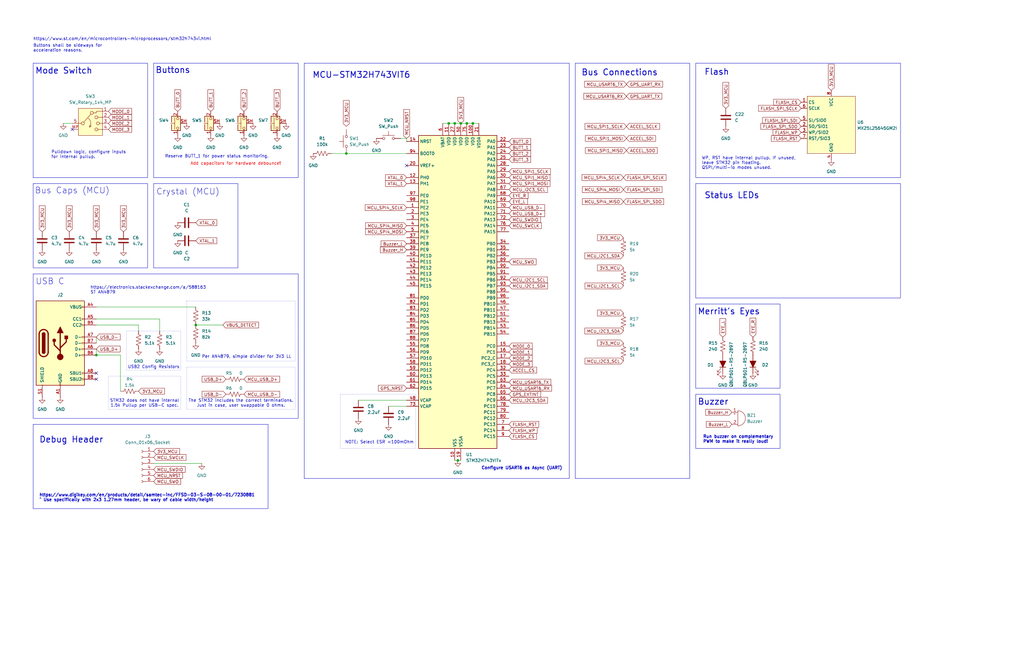
<source format=kicad_sch>
(kicad_sch (version 20231120) (generator "eeschema") (generator_version "8.0")
  (paper "B")
  (title_block (title "Airbrakes PCB - Earendel") (date "2024-11-14") (rev "v2025.00A") (company "Clarkson University Rocketry"))
  (lib_symbols
    (symbol "0_airbrake_symbols:MX25L25645GM2I"
      (property "Reference" "U" (at 0 0 0))
      (property "Value" "MX25L25645GM2I" (at 0 -2.032 0))
      (symbol "MX25L25645GM2I_1_1"
        (pin input line (at -12.7 -12.7 0) (length 2.54) (name "CS") (number "1"))
        (pin input line (at -12.7 -22.86 0) (length 2.54) (name "SO/SIO1") (number "2"))
        (pin input line (at -12.7 -25.4 0) (length 2.54) (name "WP/SIO2") (number "3"))
        (pin input line (at 0 -36.83 90) (length 2.54) (name "GND") (number "4"))
        (pin input line (at -12.7 -20.32 0) (length 2.54) (name "SI/SIO0") (number "5"))
        (pin input line (at -12.7 -15.24 0) (length 2.54) (name "SCLK") (number "6"))
        (pin input line (at -12.7 -27.94 0) (length 2.54) (name "RST/SIO3") (number "7"))
        (pin input line (at 0 -7.62 270) (length 2.54) (name "VCC") (number "8"))
      )
    )
    (symbol "Connector:Conn_01x06_Socket" (pin_names (offset 1.016) hide)
      (property "Reference" "J" (at 0 7.62 0))
      (property "Value" "Conn_01x06_Socket" (at 0 -10.16 0))
      (symbol "Conn_01x06_Socket_1_1"
        (pin passive line (at -5.08 5.08 0) (length 3.81) (name "Pin_1") (number "1"))
        (pin passive line (at -5.08 2.54 0) (length 3.81) (name "Pin_2") (number "2"))
        (pin passive line (at -5.08 0 0) (length 3.81) (name "Pin_3") (number "3"))
        (pin passive line (at -5.08 -2.54 0) (length 3.81) (name "Pin_4") (number "4"))
        (pin passive line (at -5.08 -5.08 0) (length 3.81) (name "Pin_5") (number "5"))
        (pin passive line (at -5.08 -7.62 0) (length 3.81) (name "Pin_6") (number "6"))
      )
    )
    (symbol "Connector:USB_C_Receptacle_USB2.0_16P" (pin_names (offset 1.016))
      (property "Reference" "J" (at 0 22.225 0))
      (property "Value" "USB_C_Receptacle_USB2.0_16P" (at 0 19.685 0))
      (symbol "USB_C_Receptacle_USB2.0_16P_1_1"
        (pin passive line (at 0 -22.86 90) (length 5.08) (name "GND") (number "A1"))
        (pin passive line (at 0 -22.86 90) (length 5.08) hide (name "GND") (number "A12"))
        (pin passive line (at 15.24 15.24 180) (length 5.08) (name "VBUS") (number "A4"))
        (pin bidirectional line (at 15.24 10.16 180) (length 5.08) (name "CC1") (number "A5"))
        (pin bidirectional line (at 15.24 -2.54 180) (length 5.08) (name "D+") (number "A6"))
        (pin bidirectional line (at 15.24 2.54 180) (length 5.08) (name "D-") (number "A7"))
        (pin bidirectional line (at 15.24 -12.7 180) (length 5.08) (name "SBU1") (number "A8"))
        (pin passive line (at 15.24 15.24 180) (length 5.08) hide (name "VBUS") (number "A9"))
        (pin passive line (at 0 -22.86 90) (length 5.08) hide (name "GND") (number "B1"))
        (pin passive line (at 0 -22.86 90) (length 5.08) hide (name "GND") (number "B12"))
        (pin passive line (at 15.24 15.24 180) (length 5.08) hide (name "VBUS") (number "B4"))
        (pin bidirectional line (at 15.24 7.62 180) (length 5.08) (name "CC2") (number "B5"))
        (pin bidirectional line (at 15.24 -5.08 180) (length 5.08) (name "D+") (number "B6"))
        (pin bidirectional line (at 15.24 0 180) (length 5.08) (name "D-") (number "B7"))
        (pin bidirectional line (at 15.24 -15.24 180) (length 5.08) (name "SBU2") (number "B8"))
        (pin passive line (at 15.24 15.24 180) (length 5.08) hide (name "VBUS") (number "B9"))
        (pin passive line (at -7.62 -22.86 90) (length 5.08) (name "SHIELD") (number "S1"))
      )
    )
    (symbol "Device:Buzzer" (pin_names (offset 0.0254) hide)
      (property "Reference" "BZ" (at 3.81 1.27 0))
      (property "Value" "Buzzer" (at 3.81 -1.27 0))
      (symbol "Buzzer_1_1"
        (pin passive line (at -2.54 2.54 0) (length 2.54) (name "+") (number "1"))
        (pin passive line (at -2.54 -2.54 0) (length 2.54) (name "-") (number "2"))
      )
    )
    (symbol "Device:C" (pin_numbers hide) (pin_names (offset 0.254))
      (property "Reference" "C" (at 0.635 2.54 0))
      (property "Value" "C" (at 0.635 -2.54 0))
      (symbol "C_1_1"
        (pin passive line (at 0 3.81 270) (length 2.794) (name "~") (number "1"))
        (pin passive line (at 0 -3.81 90) (length 2.794) (name "~") (number "2"))
      )
    )
    (symbol "Device:LED_Filled" (pin_numbers hide) (pin_names (offset 1.016) hide)
      (property "Reference" "D" (at 0 2.54 0))
      (property "Value" "LED_Filled" (at 0 -2.54 0))
      (symbol "LED_Filled_1_1"
        (pin passive line (at -3.81 0 0) (length 2.54) (name "K") (number "1"))
        (pin passive line (at 3.81 0 180) (length 2.54) (name "A") (number "2"))
      )
    )
    (symbol "Device:R_US" (pin_numbers hide) (pin_names (offset 0))
      (property "Reference" "R" (at 2.54 0 90))
      (property "Value" "R_US" (at -2.54 0 90))
      (symbol "R_US_1_1"
        (pin passive line (at 0 3.81 270) (length 1.27) (name "~") (number "1"))
        (pin passive line (at 0 -3.81 90) (length 1.27) (name "~") (number "2"))
      )
    )
    (symbol "MCU_ST_STM32H7:STM32H743VITx"
      (property "Reference" "U" (at -15.24 67.31 0))
      (property "Value" "STM32H743VITx" (at 12.7 67.31 0))
      (symbol "STM32H743VITx_1_1"
        (pin bidirectional line (at -20.32 35.56 0) (length 5.08) (name "PE2") (number "1"))
        (pin power_in line (at 0 -71.12 90) (length 5.08) (name "VSS") (number "10"))
        (pin power_in line (at 7.62 71.12 270) (length 5.08) (name "VDD") (number "100"))
        (pin power_in line (at -2.54 71.12 270) (length 5.08) (name "VDD") (number "11"))
        (pin bidirectional line (at -20.32 48.26 0) (length 5.08) (name "PH0") (number "12"))
        (pin bidirectional line (at -20.32 45.72 0) (length 5.08) (name "PH1") (number "13"))
        (pin input line (at -20.32 63.5 0) (length 5.08) (name "NRST") (number "14"))
        (pin bidirectional line (at 22.86 -22.86 180) (length 5.08) (name "PC0") (number "15"))
        (pin bidirectional line (at 22.86 -25.4 180) (length 5.08) (name "PC1") (number "16"))
        (pin bidirectional line (at 22.86 -27.94 180) (length 5.08) (name "PC2_C") (number "17"))
        (pin bidirectional line (at 22.86 -30.48 180) (length 5.08) (name "PC3_C") (number "18"))
        (pin power_in line (at 2.54 -71.12 90) (length 5.08) (name "VSSA") (number "19"))
        (pin bidirectional line (at -20.32 33.02 0) (length 5.08) (name "PE3") (number "2"))
        (pin input line (at -20.32 53.34 0) (length 5.08) (name "VREF+") (number "20"))
        (pin power_in line (at 10.16 71.12 270) (length 5.08) (name "VDDA") (number "21"))
        (pin bidirectional line (at 22.86 63.5 180) (length 5.08) (name "PA0") (number "22"))
        (pin bidirectional line (at 22.86 60.96 180) (length 5.08) (name "PA1") (number "23"))
        (pin bidirectional line (at 22.86 58.42 180) (length 5.08) (name "PA2") (number "24"))
        (pin bidirectional line (at 22.86 55.88 180) (length 5.08) (name "PA3") (number "25"))
        (pin passive line (at 0 -71.12 90) (length 5.08) hide (name "VSS") (number "26"))
        (pin power_in line (at 0 71.12 270) (length 5.08) (name "VDD") (number "27"))
        (pin bidirectional line (at 22.86 53.34 180) (length 5.08) (name "PA4") (number "28"))
        (pin bidirectional line (at 22.86 50.8 180) (length 5.08) (name "PA5") (number "29"))
        (pin bidirectional line (at -20.32 30.48 0) (length 5.08) (name "PE4") (number "3"))
        (pin bidirectional line (at 22.86 48.26 180) (length 5.08) (name "PA6") (number "30"))
        (pin bidirectional line (at 22.86 45.72 180) (length 5.08) (name "PA7") (number "31"))
        (pin bidirectional line (at 22.86 -33.02 180) (length 5.08) (name "PC4") (number "32"))
        (pin bidirectional line (at 22.86 -35.56 180) (length 5.08) (name "PC5") (number "33"))
        (pin bidirectional line (at 22.86 20.32 180) (length 5.08) (name "PB0") (number "34"))
        (pin bidirectional line (at 22.86 17.78 180) (length 5.08) (name "PB1") (number "35"))
        (pin bidirectional line (at 22.86 15.24 180) (length 5.08) (name "PB2") (number "36"))
        (pin bidirectional line (at -20.32 22.86 0) (length 5.08) (name "PE7") (number "37"))
        (pin bidirectional line (at -20.32 20.32 0) (length 5.08) (name "PE8") (number "38"))
        (pin bidirectional line (at -20.32 17.78 0) (length 5.08) (name "PE9") (number "39"))
        (pin bidirectional line (at -20.32 27.94 0) (length 5.08) (name "PE5") (number "4"))
        (pin bidirectional line (at -20.32 15.24 0) (length 5.08) (name "PE10") (number "40"))
        (pin bidirectional line (at -20.32 12.7 0) (length 5.08) (name "PE11") (number "41"))
        (pin bidirectional line (at -20.32 10.16 0) (length 5.08) (name "PE12") (number "42"))
        (pin bidirectional line (at -20.32 7.62 0) (length 5.08) (name "PE13") (number "43"))
        (pin bidirectional line (at -20.32 5.08 0) (length 5.08) (name "PE14") (number "44"))
        (pin bidirectional line (at -20.32 2.54 0) (length 5.08) (name "PE15") (number "45"))
        (pin bidirectional line (at 22.86 -5.08 180) (length 5.08) (name "PB10") (number "46"))
        (pin bidirectional line (at 22.86 -7.62 180) (length 5.08) (name "PB11") (number "47"))
        (pin power_out line (at -20.32 -45.72 0) (length 5.08) (name "VCAP") (number "48"))
        (pin passive line (at 0 -71.12 90) (length 5.08) hide (name "VSS") (number "49"))
        (pin bidirectional line (at -20.32 25.4 0) (length 5.08) (name "PE6") (number "5"))
        (pin power_in line (at 2.54 71.12 270) (length 5.08) (name "VDD") (number "50"))
        (pin bidirectional line (at 22.86 -10.16 180) (length 5.08) (name "PB12") (number "51"))
        (pin bidirectional line (at 22.86 -12.7 180) (length 5.08) (name "PB13") (number "52"))
        (pin bidirectional line (at 22.86 -15.24 180) (length 5.08) (name "PB14") (number "53"))
        (pin bidirectional line (at 22.86 -17.78 180) (length 5.08) (name "PB15") (number "54"))
        (pin bidirectional line (at -20.32 -22.86 0) (length 5.08) (name "PD8") (number "55"))
        (pin bidirectional line (at -20.32 -25.4 0) (length 5.08) (name "PD9") (number "56"))
        (pin bidirectional line (at -20.32 -27.94 0) (length 5.08) (name "PD10") (number "57"))
        (pin bidirectional line (at -20.32 -30.48 0) (length 5.08) (name "PD11") (number "58"))
        (pin bidirectional line (at -20.32 -33.02 0) (length 5.08) (name "PD12") (number "59"))
        (pin power_in line (at -5.08 71.12 270) (length 5.08) (name "VBAT") (number "6"))
        (pin bidirectional line (at -20.32 -35.56 0) (length 5.08) (name "PD13") (number "60"))
        (pin bidirectional line (at -20.32 -38.1 0) (length 5.08) (name "PD14") (number "61"))
        (pin bidirectional line (at -20.32 -40.64 0) (length 5.08) (name "PD15") (number "62"))
        (pin bidirectional line (at 22.86 -38.1 180) (length 5.08) (name "PC6") (number "63"))
        (pin bidirectional line (at 22.86 -40.64 180) (length 5.08) (name "PC7") (number "64"))
        (pin bidirectional line (at 22.86 -43.18 180) (length 5.08) (name "PC8") (number "65"))
        (pin bidirectional line (at 22.86 -45.72 180) (length 5.08) (name "PC9") (number "66"))
        (pin bidirectional line (at 22.86 43.18 180) (length 5.08) (name "PA8") (number "67"))
        (pin bidirectional line (at 22.86 40.64 180) (length 5.08) (name "PA9") (number "68"))
        (pin bidirectional line (at 22.86 38.1 180) (length 5.08) (name "PA10") (number "69"))
        (pin bidirectional line (at 22.86 -55.88 180) (length 5.08) (name "PC13") (number "7"))
        (pin bidirectional line (at 22.86 35.56 180) (length 5.08) (name "PA11") (number "70"))
        (pin bidirectional line (at 22.86 33.02 180) (length 5.08) (name "PA12") (number "71"))
        (pin bidirectional line (at 22.86 30.48 180) (length 5.08) (name "PA13") (number "72"))
        (pin power_out line (at -20.32 -48.26 0) (length 5.08) (name "VCAP") (number "73"))
        (pin passive line (at 0 -71.12 90) (length 5.08) hide (name "VSS") (number "74"))
        (pin power_in line (at 5.08 71.12 270) (length 5.08) (name "VDD") (number "75"))
        (pin bidirectional line (at 22.86 27.94 180) (length 5.08) (name "PA14") (number "76"))
        (pin bidirectional line (at 22.86 25.4 180) (length 5.08) (name "PA15") (number "77"))
        (pin bidirectional line (at 22.86 -48.26 180) (length 5.08) (name "PC10") (number "78"))
        (pin bidirectional line (at 22.86 -50.8 180) (length 5.08) (name "PC11") (number "79"))
        (pin bidirectional line (at 22.86 -58.42 180) (length 5.08) (name "PC14") (number "8"))
        (pin bidirectional line (at 22.86 -53.34 180) (length 5.08) (name "PC12") (number "80"))
        (pin bidirectional line (at -20.32 -2.54 0) (length 5.08) (name "PD0") (number "81"))
        (pin bidirectional line (at -20.32 -5.08 0) (length 5.08) (name "PD1") (number "82"))
        (pin bidirectional line (at -20.32 -7.62 0) (length 5.08) (name "PD2") (number "83"))
        (pin bidirectional line (at -20.32 -10.16 0) (length 5.08) (name "PD3") (number "84"))
        (pin bidirectional line (at -20.32 -12.7 0) (length 5.08) (name "PD4") (number "85"))
        (pin bidirectional line (at -20.32 -15.24 0) (length 5.08) (name "PD5") (number "86"))
        (pin bidirectional line (at -20.32 -17.78 0) (length 5.08) (name "PD6") (number "87"))
        (pin bidirectional line (at -20.32 -20.32 0) (length 5.08) (name "PD7") (number "88"))
        (pin bidirectional line (at 22.86 12.7 180) (length 5.08) (name "PB3") (number "89"))
        (pin bidirectional line (at 22.86 -60.96 180) (length 5.08) (name "PC15") (number "9"))
        (pin bidirectional line (at 22.86 10.16 180) (length 5.08) (name "PB4") (number "90"))
        (pin bidirectional line (at 22.86 7.62 180) (length 5.08) (name "PB5") (number "91"))
        (pin bidirectional line (at 22.86 5.08 180) (length 5.08) (name "PB6") (number "92"))
        (pin bidirectional line (at 22.86 2.54 180) (length 5.08) (name "PB7") (number "93"))
        (pin input line (at -20.32 58.42 0) (length 5.08) (name "BOOT0") (number "94"))
        (pin bidirectional line (at 22.86 0 180) (length 5.08) (name "PB8") (number "95"))
        (pin bidirectional line (at 22.86 -2.54 180) (length 5.08) (name "PB9") (number "96"))
        (pin bidirectional line (at -20.32 40.64 0) (length 5.08) (name "PE0") (number "97"))
        (pin bidirectional line (at -20.32 38.1 0) (length 5.08) (name "PE1") (number "98"))
        (pin passive line (at 0 -71.12 90) (length 5.08) hide (name "VSS") (number "99"))
      )
    )
    (symbol "Switch:SW_Push" (pin_numbers hide) (pin_names (offset 1.016) hide)
      (property "Reference" "SW" (at 1.27 2.54 0))
      (property "Value" "SW_Push" (at 0 -1.524 0))
      (symbol "SW_Push_0_1"
        (pin passive line (at -5.08 0 0) (length 2.54) (name "1") (number "1"))
        (pin passive line (at 5.08 0 180) (length 2.54) (name "2") (number "2"))
      )
    )
    (symbol "Switch:SW_Push_Shielded" (pin_names (offset 1.016) hide)
      (property "Reference" "SW" (at 4.318 2.032 0))
      (property "Value" "SW_Push_Shielded" (at 0 4.572 0))
      (symbol "SW_Push_Shielded_0_1"
        (pin passive line (at -5.08 0 0) (length 2.54) (name "1") (number "1"))
        (pin passive line (at 5.08 0 180) (length 2.54) (name "2") (number "2"))
      )
      (symbol "SW_Push_Shielded_1_1"
        (pin passive line (at 0 -3.81 90) (length 2.54) (name "B") (number "SH"))
      )
    )
    (symbol "Switch:SW_Rotary_1x4_MP" (pin_names hide)
      (property "Reference" "SW" (at 0 7.62 0))
      (property "Value" "SW_Rotary_1x4_MP" (at 8.89 -6.35 0))
      (symbol "SW_Rotary_1x4_MP_1_1"
        (pin passive line (at 7.62 5.08 180) (length 2.54) (name "") (number "1"))
        (pin passive line (at 7.62 2.54 180) (length 2.54) (name "") (number "2"))
        (pin passive line (at 7.62 0 180) (length 2.54) (name "") (number "3"))
        (pin passive line (at 7.62 -2.54 180) (length 2.54) (name "") (number "4"))
        (pin passive line (at -7.62 0 0) (length 2.54) (name "") (number "5"))
        (pin passive line (at -7.62 -2.54 0) (length 2.54) (name "") (number "MP"))
      )
    )
    (symbol "power:GND" (power) (pin_numbers hide) (pin_names (offset 0) hide)
      (property "Value" "GND" (at 0 -3.81 0))
      (symbol "GND_1_1"
        (pin power_in line (at 0 0 270) (length 0) (name "~") (number "1"))
      )
    )
  )
  (junction (at 194.31 52.07))
  (junction (at 40.64 149.86))
  (junction (at 196.85 52.07))
  (junction (at 82.55 137.16))
  (junction (at 191.77 52.07))
  (junction (at 189.23 52.07))
  (junction (at 193.04 194.31))
  (junction (at 146.05 64.77))
  (junction (at 199.39 52.07))
  (no_connect (at 171.45 69.85))
  (no_connect (at 40.64 157.48))
  (no_connect (at 30.48 54.61))
  (no_connect (at 40.64 160.02))
  (wire (pts (xy 168.91 58.42) (xy 171.45 58.42)))
  (wire (pts (xy 40.64 147.32) (xy 40.64 149.86)))
  (wire (pts (xy 196.85 52.07) (xy 199.39 52.07)))
  (wire (pts (xy 40.64 137.16) (xy 58.42 137.16)))
  (wire (pts (xy 58.42 137.16) (xy 58.42 139.7)))
  (wire (pts (xy 191.77 52.07) (xy 194.31 52.07)))
  (wire (pts (xy 67.31 134.62) (xy 67.31 139.7)))
  (wire (pts (xy 191.77 194.31) (xy 193.04 194.31)))
  (wire (pts (xy 82.55 137.16) (xy 93.98 137.16)))
  (wire (pts (xy 139.7 64.77) (xy 146.05 64.77)))
  (wire (pts (xy 64.77 195.58) (xy 85.09 195.58)))
  (wire (pts (xy 40.64 149.86) (xy 50.8 149.86)))
  (wire (pts (xy 151.13 168.91) (xy 171.45 168.91)))
  (wire (pts (xy 193.04 194.31) (xy 194.31 194.31)))
  (wire (pts (xy 26.67 52.07) (xy 30.48 52.07)))
  (wire (pts (xy 40.64 134.62) (xy 67.31 134.62)))
  (wire (pts (xy 40.64 129.54) (xy 82.55 129.54)))
  (wire (pts (xy 146.05 64.77) (xy 171.45 64.77)))
  (wire (pts (xy 171.45 58.42) (xy 171.45 59.69)))
  (wire (pts (xy 199.39 52.07) (xy 201.93 52.07)))
  (wire (pts (xy 50.8 149.86) (xy 50.8 165.1)))
  (wire (pts (xy 189.23 52.07) (xy 191.77 52.07)))
  (wire (pts (xy 186.69 52.07) (xy 189.23 52.07)))
  (wire (pts (xy 40.64 142.24) (xy 40.64 144.78)))
  (wire (pts (xy 163.83 171.45) (xy 171.45 171.45)))
  (wire (pts (xy 194.31 52.07) (xy 196.85 52.07)))
  (rectangle (start 45.72 158.75) (end 76.2 172.72) (stroke (width 0) (type dot)))
  (rectangle (start 293.37 166.37) (end 328.93 189.23))
  (rectangle (start 293.37 77.47) (end 379.73 125.73))
  (rectangle (start 128.27 26.67) (end 240.03 201.93))
  (rectangle (start 53.34 139.7) (end 76.2 156.21) (stroke (width 0) (type dot)))
  (rectangle (start 293.37 128.27) (end 328.93 163.83))
  (rectangle (start 13.97 115.57) (end 125.73 176.53))
  (rectangle (start 242.57 26.67) (end 290.83 201.93))
  (rectangle (start 13.97 26.67) (end 62.23 74.93))
  (rectangle (start 13.97 179.07) (end 113.03 214.63))
  (rectangle (start 13.97 77.47) (end 62.23 113.03))
  (rectangle (start 64.77 26.67) (end 125.73 74.93))
  (rectangle (start 78.74 154.94) (end 124.46 172.72) (stroke (width 0) (type dot)))
  (rectangle (start 293.37 26.67) (end 379.73 74.93))
  (rectangle (start 64.77 77.47) (end 100.33 113.03))
  (rectangle (start 78.74 127) (end 124.46 152.4) (stroke (width 0) (type dot)))
  (rectangle (start 143.51 166.37) (end 175.26 189.23) (stroke (width 0) (type dot)))
  (text "Merritt's Eyes" (at 307.34 131.572 0) (effects (font (size 2.54 2.54) (thickness 0.3175))))
  (text "Crystal (MCU)" (at 79.248 81.026 0) (effects (font (size 2.54 2.54))))
  (text "The STM32 includes the correct terminations.\nJust in case, user swappable 0 ohms." (at 101.6 170.18 0) (effects (font (size 1.27 1.27))))
  (text "https://www.digikey.com/en/products/detail/samtec-inc/FFSD-03-S-08-00-01/7230881\n^ Use specifically with 2x3 1.27mm header, be wary of cable width/height" (at 16.51 208.28 0) (effects (font (size 1.27 1.27) (thickness 0.254) (bold yes)) (justify left top)))
  (text "Per AN4879, simple divider for 3V3 LL" (at 85.09 149.86 0) (effects (font (size 1.27 1.27) (thickness 0.1588)) (justify left top)))
  (text "STM32 does not have internal\n1.5k Pullup per USB-C spec." (at 60.96 170.18 0) (effects (font (size 1.27 1.27))))
  (text "Run buzzer on complementary\nPWM to make it really loud!\n" (at 296.418 183.642 0) (effects (font (size 1.27 1.27) (thickness 0.254) (bold yes)) (justify left top)))
  (text "Bus Connections" (at 245.11 29.21 0) (effects (font (size 2.54 2.54) (thickness 0.3175)) (justify left top)))
  (text "WP, RST have internal pullup. If unused,\nleave STM32 pin floating.\nQSPI/multi-io modes unused." (at 295.91 66.04 0) (effects (font (size 1.27 1.27)) (justify left top)))
  (text "Buttons shall be sideways for\nacceleration reasons." (at 13.97 20.32 0) (effects (font (size 1.27 1.27)) (justify left)))
  (text "Buzzer" (at 300.736 169.672 0) (effects (font (size 2.54 2.54) (thickness 0.3175))))
  (text "Buttons" (at 72.898 29.718 0) (effects (font (size 2.54 2.54) (thickness 0.3175))))
  (text "Flash" (at 302.26 30.48 0) (effects (font (size 2.54 2.54) (thickness 0.3175))))
  (text "Add capacitors for hardware debounce!" (at 80.264 69.088 0) (effects (font (size 1.27 1.27)) (justify left)))
  (text "Status LEDs" (at 308.61 82.55 0) (effects (font (size 2.54 2.54) (thickness 0.3175))))
  (text "Reserve BUTT_1 for power status monitoring." (at 91.44 66.04 0) (effects (font (size 1.27 1.27))))
  (text "NOTE: Select ESR <100mOhm" (at 160.02 186.69 0) (effects (font (size 1.27 1.27))))
  (text "https://electronics.stackexchange.com/a/588163\nST AN4879" (at 38.1 120.65 0) (effects (font (size 1.27 1.27)) (justify left top)))
  (text "MCU-STM32H743VIT6" (at 152.4 31.75 0) (effects (font (size 2.54 2.54) (thickness 0.3175))))
  (text "Bus Caps (MCU)" (at 30.48 80.518 0) (effects (font (size 2.54 2.54))))
  (text "Debug Header" (at 16.51 184.15 0) (effects (font (size 2.54 2.54) (thickness 0.3175)) (justify left top)))
  (text "USB2 Config Resistors" (at 64.77 154.94 0) (effects (font (size 1.27 1.27))))
  (text "https://www.st.com/en/microcontrollers-microprocessors/stm32h743vi.html" (at 13.97 16.51 0) (effects (font (size 1.27 1.27)) (justify left)))
  (text "Pulldown logic, configure inputs\nfor internal pullup." (at 21.59 63.5 0) (effects (font (size 1.27 1.27)) (justify left top)))
  (text "Mode Switch" (at 26.924 29.972 0) (effects (font (size 2.54 2.54) (thickness 0.3175))))
  (text "Configure USART6 as Async (UART)" (at 202.946 196.85 0) (effects (font (size 1.27 1.27) (thickness 0.254) (bold yes)) (justify left top)))
  (text "USB C" (at 21.082 118.872 0) (effects (font (size 2.54 2.54))))
  (global_label "VBUS_DETECT" (shape input) (at 93.98 137.16 0) (effects (font (thickness 0.1588))) (property "Intersheetrefs" "${INTERSHEET_REFS}" (effects (hide yes))))
  (global_label "MCU_SPI1_MOSI" (shape input) (at 264.16 58.42 180) (property "Intersheetrefs" "${INTERSHEET_REFS}" (effects (hide yes))))
  (global_label "MCU_USB_D+" (shape input) (at 102.87 160.02 0) (property "Intersheetrefs" "${INTERSHEET_REFS}" (effects (hide yes))))
  (global_label "3V3_MCU" (shape input) (at 64.77 190.5 0) (property "Intersheetrefs" "${INTERSHEET_REFS}" (effects (hide yes))))
  (global_label "BUTT_1" (shape input) (at 88.9 46.99 90) (property "Intersheetrefs" "${INTERSHEET_REFS}" (effects (hide yes))))
  (global_label "3V3_MCU" (shape input) (at 29.21 97.79 90) (property "Intersheetrefs" "${INTERSHEET_REFS}" (effects (hide yes))))
  (global_label "BUTT_0" (shape input) (at 74.93 46.99 90) (property "Intersheetrefs" "${INTERSHEET_REFS}" (effects (hide yes))))
  (global_label "USB_D-" (shape input) (at 40.64 142.24 0) (property "Intersheetrefs" "${INTERSHEET_REFS}" (effects (hide yes))))
  (global_label "EYE_R" (shape input) (at 317.5 142.24 90) (effects (font (thickness 0.1588))) (property "Intersheetrefs" "${INTERSHEET_REFS}" (effects (hide yes))))
  (global_label "MCU_NRST" (shape input) (at 64.77 200.66 0) (effects (font (thickness 0.1588))) (property "Intersheetrefs" "${INTERSHEET_REFS}" (effects (hide yes))))
  (global_label "MCU_SPI4_SCLK" (shape input) (at 171.45 87.63 180) (property "Intersheetrefs" "${INTERSHEET_REFS}" (effects (hide yes))))
  (global_label "FLASH_SPI_SCLK" (shape input) (at 337.82 45.72 180) (property "Intersheetrefs" "${INTERSHEET_REFS}" (effects (hide yes))))
  (global_label "GPS_NRST" (shape input) (at 171.45 163.83 180) (property "Intersheetrefs" "${INTERSHEET_REFS}" (effects (hide yes))))
  (global_label "3V3_MCU" (shape input) (at 262.89 113.03 180) (property "Intersheetrefs" "${INTERSHEET_REFS}" (effects (hide yes))))
  (global_label "3V3_MCU" (shape input) (at 306.07 45.72 90) (property "Intersheetrefs" "${INTERSHEET_REFS}" (effects (hide yes))))
  (global_label "FLASH_SPI_SCLK" (shape input) (at 262.89 74.93 0) (property "Intersheetrefs" "${INTERSHEET_REFS}" (effects (hide yes))))
  (global_label "FLASH_WP" (shape input) (at 337.82 55.88 180) (property "Intersheetrefs" "${INTERSHEET_REFS}" (effects (hide yes))))
  (global_label "FLASH_SPI_SDI" (shape input) (at 262.89 80.01 0) (property "Intersheetrefs" "${INTERSHEET_REFS}" (effects (hide yes))))
  (global_label "MCU_USART6_TX" (shape input) (at 264.16 35.56 180) (effects (font (thickness 0.1588))) (property "Intersheetrefs" "${INTERSHEET_REFS}" (effects (hide yes))))
  (global_label "MCU_USART6_RX" (shape input) (at 264.16 40.64 180) (effects (font (thickness 0.1588))) (property "Intersheetrefs" "${INTERSHEET_REFS}" (effects (hide yes))))
  (global_label "3V3_MCU" (shape input) (at 146.05 53.34 90) (property "Intersheetrefs" "${INTERSHEET_REFS}" (effects (hide yes))))
  (global_label "EYE_R" (shape input) (at 214.63 82.55 0) (effects (font (thickness 0.1588))) (property "Intersheetrefs" "${INTERSHEET_REFS}" (effects (hide yes))))
  (global_label "MCU_SPI4_SCLK" (shape input) (at 262.89 74.93 180) (property "Intersheetrefs" "${INTERSHEET_REFS}" (effects (hide yes))))
  (global_label "XTAL_1" (shape input) (at 82.55 101.6 0) (property "Intersheetrefs" "${INTERSHEET_REFS}" (effects (hide yes))))
  (global_label "ACCEL_CS" (shape input) (at 214.63 156.21 0) (property "Intersheetrefs" "${INTERSHEET_REFS}" (effects (hide yes))))
  (global_label "EYE_L" (shape input) (at 214.63 85.09 0) (effects (font (thickness 0.1588))) (property "Intersheetrefs" "${INTERSHEET_REFS}" (effects (hide yes))))
  (global_label "FLASH_SPI_SDO" (shape input) (at 337.82 53.34 180) (property "Intersheetrefs" "${INTERSHEET_REFS}" (effects (hide yes))))
  (global_label "3V3_MCU" (shape input) (at 262.89 144.78 180) (property "Intersheetrefs" "${INTERSHEET_REFS}" (effects (hide yes))))
  (global_label "FLASH_CS" (shape input) (at 214.63 184.15 0) (property "Intersheetrefs" "${INTERSHEET_REFS}" (effects (hide yes))))
  (global_label "MCU_SWO" (shape input) (at 214.63 110.49 0) (effects (font (thickness 0.1588))) (property "Intersheetrefs" "${INTERSHEET_REFS}" (effects (hide yes))))
  (global_label "Buzzer_L" (shape input) (at 171.45 102.87 180) (effects (font (thickness 0.1588))) (property "Intersheetrefs" "${INTERSHEET_REFS}" (effects (hide yes))))
  (global_label "EYE_L" (shape input) (at 304.8 142.24 90) (effects (font (thickness 0.1588))) (property "Intersheetrefs" "${INTERSHEET_REFS}" (effects (hide yes))))
  (global_label "MCU_SPI1_SCLK" (shape input) (at 214.63 72.39 0) (property "Intersheetrefs" "${INTERSHEET_REFS}" (effects (hide yes))))
  (global_label "MCU_SPI4_MISO" (shape input) (at 262.89 85.09 180) (property "Intersheetrefs" "${INTERSHEET_REFS}" (effects (hide yes))))
  (global_label "FLASH_SPI_SDI" (shape input) (at 337.82 50.8 180) (property "Intersheetrefs" "${INTERSHEET_REFS}" (effects (hide yes))))
  (global_label "MODE_3" (shape input) (at 45.72 54.61 0) (property "Intersheetrefs" "${INTERSHEET_REFS}" (effects (hide yes))))
  (global_label "MCU_SPI1_MISO" (shape input) (at 214.63 74.93 0) (property "Intersheetrefs" "${INTERSHEET_REFS}" (effects (hide yes))))
  (global_label "MODE_2" (shape input) (at 214.63 151.13 0) (property "Intersheetrefs" "${INTERSHEET_REFS}" (effects (hide yes))))
  (global_label "MCU_SWDIO" (shape input) (at 214.63 92.71 0) (property "Intersheetrefs" "${INTERSHEET_REFS}" (effects (hide yes))))
  (global_label "MCU_SPI4_MOSI" (shape input) (at 171.45 97.79 180) (property "Intersheetrefs" "${INTERSHEET_REFS}" (effects (hide yes))))
  (global_label "FLASH_CS" (shape input) (at 337.82 43.18 180) (property "Intersheetrefs" "${INTERSHEET_REFS}" (effects (hide yes))))
  (global_label "MODE_0" (shape input) (at 214.63 146.05 0) (property "Intersheetrefs" "${INTERSHEET_REFS}" (effects (hide yes))))
  (global_label "MCU_SPI1_SCLK" (shape input) (at 264.16 53.34 180) (property "Intersheetrefs" "${INTERSHEET_REFS}" (effects (hide yes))))
  (global_label "3V3_MCU" (shape input) (at 194.31 52.07 90) (property "Intersheetrefs" "${INTERSHEET_REFS}" (effects (hide yes))))
  (global_label "MODE_3" (shape input) (at 214.63 153.67 0) (property "Intersheetrefs" "${INTERSHEET_REFS}" (effects (hide yes))))
  (global_label "MCU_USART6_RX" (shape input) (at 214.63 163.83 0) (effects (font (thickness 0.1588))) (property "Intersheetrefs" "${INTERSHEET_REFS}" (effects (hide yes))))
  (global_label "BUTT_2" (shape input) (at 102.87 46.99 90) (property "Intersheetrefs" "${INTERSHEET_REFS}" (effects (hide yes))))
  (global_label "FLASH_RST" (shape input) (at 337.82 58.42 180) (property "Intersheetrefs" "${INTERSHEET_REFS}" (effects (hide yes))))
  (global_label "GPS_EXTINT" (shape input) (at 214.63 166.37 0) (property "Intersheetrefs" "${INTERSHEET_REFS}" (effects (hide yes))))
  (global_label "XTAL_1" (shape input) (at 171.45 77.47 180) (property "Intersheetrefs" "${INTERSHEET_REFS}" (effects (hide yes))))
  (global_label "MCU_USB_D-" (shape input) (at 214.63 87.63 0) (property "Intersheetrefs" "${INTERSHEET_REFS}" (effects (hide yes))))
  (global_label "MCU_SWO" (shape input) (at 64.77 203.2 0) (effects (font (thickness 0.1588))) (property "Intersheetrefs" "${INTERSHEET_REFS}" (effects (hide yes))))
  (global_label "MCU_I2C3_SDA" (shape input) (at 262.89 139.7 180) (property "Intersheetrefs" "${INTERSHEET_REFS}" (effects (hide yes))))
  (global_label "MCU_I2C1_SCL" (shape input) (at 262.89 120.65 180) (property "Intersheetrefs" "${INTERSHEET_REFS}" (effects (hide yes))))
  (global_label "MCU_I2C1_SDA" (shape input) (at 262.89 107.95 180) (property "Intersheetrefs" "${INTERSHEET_REFS}" (effects (hide yes))))
  (global_label "ACCEL_SDO" (shape input) (at 264.16 63.5 0) (property "Intersheetrefs" "${INTERSHEET_REFS}" (effects (hide yes))))
  (global_label "3V3_MCU" (shape input) (at 262.89 132.08 180) (property "Intersheetrefs" "${INTERSHEET_REFS}" (effects (hide yes))))
  (global_label "USB_D+" (shape input) (at 40.64 147.32 0) (property "Intersheetrefs" "${INTERSHEET_REFS}" (effects (hide yes))))
  (global_label "3V3_MCU" (shape input) (at 52.07 97.79 90) (property "Intersheetrefs" "${INTERSHEET_REFS}" (effects (hide yes))))
  (global_label "USB_D-" (shape input) (at 95.25 166.37 180) (property "Intersheetrefs" "${INTERSHEET_REFS}" (effects (hide yes))))
  (global_label "MCU_USB_D-" (shape input) (at 102.87 166.37 0) (property "Intersheetrefs" "${INTERSHEET_REFS}" (effects (hide yes))))
  (global_label "3V3_MCU" (shape input) (at 17.78 97.79 90) (property "Intersheetrefs" "${INTERSHEET_REFS}" (effects (hide yes))))
  (global_label "ACCEL_SDI" (shape input) (at 264.16 58.42 0) (property "Intersheetrefs" "${INTERSHEET_REFS}" (effects (hide yes))))
  (global_label "3V3_MCU" (shape input) (at 350.52 38.1 90) (property "Intersheetrefs" "${INTERSHEET_REFS}" (effects (hide yes))))
  (global_label "USB_D+" (shape input) (at 95.25 160.02 180) (property "Intersheetrefs" "${INTERSHEET_REFS}" (effects (hide yes))))
  (global_label "XTAL_0" (shape input) (at 82.55 93.98 0) (property "Intersheetrefs" "${INTERSHEET_REFS}" (effects (hide yes))))
  (global_label "3V3_MCU" (shape input) (at 262.89 100.33 180) (property "Intersheetrefs" "${INTERSHEET_REFS}" (effects (hide yes))))
  (global_label "BUTT_1" (shape input) (at 214.63 62.23 0) (property "Intersheetrefs" "${INTERSHEET_REFS}" (effects (hide yes))))
  (global_label "Buzzer_H" (shape input) (at 308.61 173.99 180) (effects (font (thickness 0.1588))) (property "Intersheetrefs" "${INTERSHEET_REFS}" (effects (hide yes))))
  (global_label "MCU_SPI1_MOSI" (shape input) (at 214.63 77.47 0) (property "Intersheetrefs" "${INTERSHEET_REFS}" (effects (hide yes))))
  (global_label "MCU_I2C3_SCL" (shape input) (at 214.63 80.01 0) (property "Intersheetrefs" "${INTERSHEET_REFS}" (effects (hide yes))))
  (global_label "FLASH_RST" (shape input) (at 214.63 179.07 0) (property "Intersheetrefs" "${INTERSHEET_REFS}" (effects (hide yes))))
  (global_label "XTAL_0" (shape input) (at 171.45 74.93 180) (property "Intersheetrefs" "${INTERSHEET_REFS}" (effects (hide yes))))
  (global_label "MCU_SWDIO" (shape input) (at 64.77 198.12 0) (property "Intersheetrefs" "${INTERSHEET_REFS}" (effects (hide yes))))
  (global_label "MODE_2" (shape input) (at 45.72 52.07 0) (property "Intersheetrefs" "${INTERSHEET_REFS}" (effects (hide yes))))
  (global_label "BUTT_2" (shape input) (at 214.63 64.77 0) (property "Intersheetrefs" "${INTERSHEET_REFS}" (effects (hide yes))))
  (global_label "BUTT_0" (shape input) (at 214.63 59.69 0) (property "Intersheetrefs" "${INTERSHEET_REFS}" (effects (hide yes))))
  (global_label "MODE_1" (shape input) (at 214.63 148.59 0) (property "Intersheetrefs" "${INTERSHEET_REFS}" (effects (hide yes))))
  (global_label "Buzzer_H" (shape input) (at 171.45 105.41 180) (effects (font (thickness 0.1588))) (property "Intersheetrefs" "${INTERSHEET_REFS}" (effects (hide yes))))
  (global_label "BUTT_3" (shape input) (at 116.84 46.99 90) (property "Intersheetrefs" "${INTERSHEET_REFS}" (effects (hide yes))))
  (global_label "MCU_NRST" (shape input) (at 171.45 58.42 90) (effects (font (thickness 0.1588))) (property "Intersheetrefs" "${INTERSHEET_REFS}" (effects (hide yes))))
  (global_label "MCU_SWCLK" (shape input) (at 214.63 95.25 0) (property "Intersheetrefs" "${INTERSHEET_REFS}" (effects (hide yes))))
  (global_label "FLASH_SPI_SDO" (shape input) (at 262.89 85.09 0) (property "Intersheetrefs" "${INTERSHEET_REFS}" (effects (hide yes))))
  (global_label "MCU_USART6_TX" (shape input) (at 214.63 161.29 0) (effects (font (thickness 0.1588))) (property "Intersheetrefs" "${INTERSHEET_REFS}" (effects (hide yes))))
  (global_label "MCU_I2C1_SCL" (shape input) (at 214.63 118.11 0) (property "Intersheetrefs" "${INTERSHEET_REFS}" (effects (hide yes))))
  (global_label "MCU_SPI4_MOSI" (shape input) (at 262.89 80.01 180) (property "Intersheetrefs" "${INTERSHEET_REFS}" (effects (hide yes))))
  (global_label "Buzzer_L" (shape input) (at 308.61 179.07 180) (effects (font (thickness 0.1588))) (property "Intersheetrefs" "${INTERSHEET_REFS}" (effects (hide yes))))
  (global_label "MCU_I2C1_SDA" (shape input) (at 214.63 120.65 0) (property "Intersheetrefs" "${INTERSHEET_REFS}" (effects (hide yes))))
  (global_label "GPS_UART_RX" (shape input) (at 264.16 35.56 0) (effects (font (thickness 0.1588))) (property "Intersheetrefs" "${INTERSHEET_REFS}" (effects (hide yes))))
  (global_label "MCU_USB_D+" (shape input) (at 214.63 90.17 0) (property "Intersheetrefs" "${INTERSHEET_REFS}" (effects (hide yes))))
  (global_label "MCU_SPI4_MISO" (shape input) (at 171.45 95.25 180) (property "Intersheetrefs" "${INTERSHEET_REFS}" (effects (hide yes))))
  (global_label "MCU_SPI1_MISO" (shape input) (at 264.16 63.5 180) (property "Intersheetrefs" "${INTERSHEET_REFS}" (effects (hide yes))))
  (global_label "3V3_MCU" (shape input) (at 58.42 165.1 0) (property "Intersheetrefs" "${INTERSHEET_REFS}" (effects (hide yes))))
  (global_label "MCU_I2C3_SCL" (shape input) (at 262.89 152.4 180) (property "Intersheetrefs" "${INTERSHEET_REFS}" (effects (hide yes))))
  (global_label "MCU_SWCLK" (shape input) (at 64.77 193.04 0) (property "Intersheetrefs" "${INTERSHEET_REFS}" (effects (hide yes))))
  (global_label "MODE_0" (shape input) (at 45.72 46.99 0) (property "Intersheetrefs" "${INTERSHEET_REFS}" (effects (hide yes))))
  (global_label "GPS_UART_TX" (shape input) (at 264.16 40.64 0) (effects (font (thickness 0.1588))) (property "Intersheetrefs" "${INTERSHEET_REFS}" (effects (hide yes))))
  (global_label "FLASH_WP" (shape input) (at 214.63 181.61 0) (property "Intersheetrefs" "${INTERSHEET_REFS}" (effects (hide yes))))
  (global_label "3V3_MCU" (shape input) (at 40.64 97.79 90) (property "Intersheetrefs" "${INTERSHEET_REFS}" (effects (hide yes))))
  (global_label "ACCEL_SCLK" (shape input) (at 264.16 53.34 0) (property "Intersheetrefs" "${INTERSHEET_REFS}" (effects (hide yes))))
  (global_label "MODE_1" (shape input) (at 45.72 49.53 0) (property "Intersheetrefs" "${INTERSHEET_REFS}" (effects (hide yes))))
  (global_label "BUTT_3" (shape input) (at 214.63 67.31 0) (property "Intersheetrefs" "${INTERSHEET_REFS}" (effects (hide yes))))
  (global_label "MCU_I2C3_SDA" (shape input) (at 214.63 168.91 0) (property "Intersheetrefs" "${INTERSHEET_REFS}" (effects (hide yes))))
  (symbol (lib_id "0_airbrake_symbols:MX25L25645GM2I") (at 350.52 30.48 0) (unit 1)
    (property "Reference" "U6" (at 361.442 51.562 0) (effects (justify left)))
    (property "Value" "MX25L25645GM2I" (at 361.442 54.102 0) (effects (justify left)))
    (property "Footprint" "Package_SO:SSOP-8_3.95x5.21x3.27mm_P1.27mm" (effects (hide yes)))
    (property "Datasheet" "https://www.mxic.com.tw/Lists/Datasheet/Attachments/8906/MX25L25645G,%203V,%20256Mb,%20v2.0.pdf" (effects (hide yes)))
    (property "Description" "https://www.digikey.com/en/products/detail/macronix/MX25L25645GM2I-08G/7914972" (effects (hide yes)))
  )
  (symbol (lib_id "power:GND") (at 92.71 52.07 0) (unit 1)
    (property "Reference" "#PWR056" (effects (hide yes)))
    (property "Value" "GND" (at 92.71 57.15 0))
    (property "Description" "Power symbol creates a global label with name \"GND\" , ground" (effects (hide yes)))
  )
  (symbol (lib_id "Switch:SW_Push_Shielded") (at 88.9 52.07 90) (unit 1)
    (property "Reference" "SW5" (at 85.09 50.7999 90) (effects (justify left)))
    (property "Value" "SW_Push_Shielded" (effects (hide yes)))
    (property "Footprint" "0_airbrake_footprints:R-667766" (effects (hide yes)))
    (property "Description" "Generic push-button switch, two contact pins and shield pin(s)" (effects (hide yes)))
  )
  (symbol (lib_id "Device:R_US") (at 99.06 160.02 90) (unit 1)
    (property "Reference" "R5" (at 96.52 157.48 90))
    (property "Value" "0" (at 101.6 157.48 90))
    (property "Footprint" "Resistor_SMD:R_0805_2012Metric" (effects (hide yes)))
    (property "Description" "Resistor, US symbol" (effects (hide yes)))
  )
  (symbol (lib_id "power:GND") (at 26.67 52.07 0) (unit 1)
    (property "Reference" "#PWR048" (effects (hide yes)))
    (property "Value" "GND" (at 26.67 57.15 0))
    (property "Description" "Power symbol creates a global label with name \"GND\" , ground" (effects (hide yes)))
  )
  (symbol (lib_id "power:GND") (at 116.84 57.15 0) (unit 1)
    (property "Reference" "#PWR052" (effects (hide yes)))
    (property "Value" "GND" (at 116.84 62.23 0))
    (property "Description" "Power symbol creates a global label with name \"GND\" , ground" (effects (hide yes)))
  )
  (symbol (lib_id "Device:R_US") (at 58.42 143.51 0) (unit 1)
    (property "Reference" "R2" (at 60.96 142.2399 0) (effects (justify left)))
    (property "Value" "5.1k" (at 60.96 144.7799 0) (effects (justify left)))
    (property "Footprint" "Resistor_SMD:R_0805_2012Metric" (effects (hide yes)))
    (property "Description" "Resistor, US symbol" (effects (hide yes)))
  )
  (symbol (lib_id "Device:C") (at 17.78 101.6 0) (unit 1)
    (property "Reference" "C3" (at 21.59 100.3299 0) (effects (justify left)))
    (property "Value" "4.7u" (at 21.59 102.8699 0) (effects (justify left)))
    (property "Footprint" "Capacitor_SMD:C_0805_2012Metric" (effects (hide yes)))
    (property "Description" "Unpolarized capacitor" (effects (hide yes)))
  )
  (symbol (lib_id "power:GND") (at 17.78 105.41 0) (unit 1)
    (property "Reference" "#PWR06" (effects (hide yes)))
    (property "Value" "GND" (at 17.78 110.49 0))
    (property "Description" "Power symbol creates a global label with name \"GND\" , ground" (effects (hide yes)))
  )
  (symbol (lib_id "Switch:SW_Push_Shielded") (at 116.84 52.07 90) (unit 1)
    (property "Reference" "SW7" (at 113.03 50.7999 90) (effects (justify left)))
    (property "Value" "SW_Push_Shielded" (effects (hide yes)))
    (property "Footprint" "0_airbrake_footprints:R-667766" (effects (hide yes)))
    (property "Description" "Generic push-button switch, two contact pins and shield pin(s)" (effects (hide yes)))
  )
  (symbol (lib_id "power:GND") (at 193.04 194.31 0) (unit 1)
    (property "Reference" "#PWR01" (effects (hide yes)))
    (property "Value" "GND" (at 193.04 199.39 0))
    (property "Description" "Power symbol creates a global label with name \"GND\" , ground" (effects (hide yes)))
  )
  (symbol (lib_id "MCU_ST_STM32H7:STM32H743VITx") (at 191.77 123.19 0) (unit 1)
    (property "Reference" "U1" (at 196.5041 191.77 0) (effects (justify left)))
    (property "Value" "STM32H743VITx" (at 196.5041 194.31 0) (effects (justify left)))
    (property "Footprint" "Package_QFP:LQFP-100_14x14mm_P0.5mm" (effects (hide yes)))
    (property "Datasheet" "https://www.st.com/resource/en/datasheet/stm32h743vi.pdf" (effects (hide yes)))
    (property "Description" "STMicroelectronics Arm Cortex-M7 MCU, 2048KB flash, 1024KB RAM, 480 MHz, 1.71-3.6V, 82 GPIO, LQFP100" (effects (hide yes)))
  )
  (symbol (lib_id "Switch:SW_Push_Shielded") (at 74.93 52.07 90) (unit 1)
    (property "Reference" "SW4" (at 71.12 50.7999 90) (effects (justify left)))
    (property "Value" "SW_Push_Shielded" (effects (hide yes)))
    (property "Footprint" "0_airbrake_footprints:R-667766" (effects (hide yes)))
    (property "Description" "Generic push-button switch, two contact pins and shield pin(s)" (effects (hide yes)))
  )
  (symbol (lib_id "power:GND") (at 67.31 147.32 0) (unit 1)
    (property "Reference" "#PWR021" (effects (hide yes)))
    (property "Value" "GND" (at 67.31 152.4 0))
    (property "Description" "Power symbol creates a global label with name \"GND\" , ground" (effects (hide yes)))
  )
  (symbol (lib_id "power:GND") (at 163.83 179.07 0) (unit 1)
    (property "Reference" "#PWR017" (effects (hide yes)))
    (property "Value" "GND" (at 163.83 184.15 0))
    (property "Description" "Power symbol creates a global label with name \"GND\" , ground" (effects (hide yes)))
  )
  (symbol (lib_id "power:GND") (at 350.52 67.31 0) (unit 1)
    (property "Reference" "#PWR053" (effects (hide yes)))
    (property "Value" "GND" (at 350.52 72.39 0))
    (property "Description" "Power symbol creates a global label with name \"GND\" , ground" (effects (hide yes)))
  )
  (symbol (lib_id "Device:LED_Filled") (at 317.5 153.67 90) (unit 1)
    (property "Reference" "D2" (at 321.31 153.9874 90) (effects (justify right)))
    (property "Value" "QBLP601-R5-2897" (at 314.198 144.272 0) (effects (justify right)))
    (property "Footprint" "LED_SMD:LED_0603_1608Metric" (effects (hide yes)))
    (property "Datasheet" "https://www.qt-brightek.com/datasheet/QBLP601-R5-2897.pdf" (effects (hide yes)))
    (property "Description" "Light emitting diode, filled shape" (effects (hide yes)))
  )
  (symbol (lib_id "Device:R_US") (at 262.89 116.84 0) (unit 1)
    (property "Reference" "R20" (at 265.43 115.5699 0) (effects (justify left)))
    (property "Value" "5k" (at 265.43 118.1099 0) (effects (justify left)))
    (property "Footprint" "Resistor_SMD:R_0805_2012Metric" (effects (hide yes)))
    (property "Description" "Resistor, US symbol" (effects (hide yes)))
  )
  (symbol (lib_id "power:GND") (at 58.42 147.32 0) (unit 1)
    (property "Reference" "#PWR020" (effects (hide yes)))
    (property "Value" "GND" (at 58.42 152.4 0))
    (property "Description" "Power symbol creates a global label with name \"GND\" , ground" (effects (hide yes)))
  )
  (symbol (lib_id "Device:C") (at 29.21 101.6 0) (unit 1)
    (property "Reference" "C4" (at 33.02 100.3299 0) (effects (justify left)))
    (property "Value" "4.7u" (at 33.02 102.8699 0) (effects (justify left)))
    (property "Footprint" "Capacitor_SMD:C_0805_2012Metric" (effects (hide yes)))
    (property "Description" "Unpolarized capacitor" (effects (hide yes)))
  )
  (symbol (lib_id "Switch:SW_Rotary_1x4_MP") (at 38.1 52.07 0) (unit 1)
    (property "Reference" "SW3" (at 38.1 40.64 0))
    (property "Value" "SW_Rotary_1x4_MP" (at 38.1 43.18 0))
    (property "Description" "Rotary switch 1x4, SP4T with mount point" (effects (hide yes)))
  )
  (symbol (lib_id "power:GND") (at 88.9 57.15 0) (unit 1)
    (property "Reference" "#PWR050" (effects (hide yes)))
    (property "Value" "GND" (at 88.9 62.23 0))
    (property "Description" "Power symbol creates a global label with name \"GND\" , ground" (effects (hide yes)))
  )
  (symbol (lib_id "power:GND") (at 106.68 52.07 0) (unit 1)
    (property "Reference" "#PWR057" (effects (hide yes)))
    (property "Value" "GND" (at 106.68 57.15 0))
    (property "Description" "Power symbol creates a global label with name \"GND\" , ground" (effects (hide yes)))
  )
  (symbol (lib_id "Device:R_US") (at 99.06 166.37 90) (unit 1)
    (property "Reference" "R6" (at 96.52 163.83 90))
    (property "Value" "0" (at 101.6 163.83 90))
    (property "Footprint" "Resistor_SMD:R_0805_2012Metric" (effects (hide yes)))
    (property "Description" "Resistor, US symbol" (effects (hide yes)))
  )
  (symbol (lib_id "power:GND") (at 17.78 167.64 0) (unit 1)
    (property "Reference" "#PWR019" (effects (hide yes)))
    (property "Value" "GND" (at 17.78 172.72 0))
    (property "Description" "Power symbol creates a global label with name \"GND\" , ground" (effects (hide yes)))
  )
  (symbol (lib_id "Device:C") (at 163.83 175.26 180) (unit 1)
    (property "Reference" "C9" (at 167.64 173.9899 0) (effects (justify right)))
    (property "Value" "2.2uF" (at 167.64 176.5299 0) (effects (justify right)))
    (property "Footprint" "Capacitor_SMD:C_0805_2012Metric" (effects (hide yes)))
    (property "Description" "Unpolarized capacitor" (effects (hide yes)))
  )
  (symbol (lib_id "Device:R_US") (at 135.89 64.77 90) (unit 1)
    (property "Reference" "R1" (at 135.89 58.42 90))
    (property "Value" "100k" (at 135.89 60.96 90))
    (property "Footprint" "Resistor_SMD:R_0805_2012Metric" (effects (hide yes)))
    (property "Description" "Resistor, US symbol" (effects (hide yes)))
  )
  (symbol (lib_id "Device:R_US") (at 82.55 140.97 0) (unit 1)
    (property "Reference" "R14" (at 85.09 139.6999 0) (effects (justify left)))
    (property "Value" "82k" (at 85.09 142.2399 0) (effects (justify left)))
    (property "Footprint" "Resistor_SMD:R_0805_2012Metric" (effects (hide yes)))
    (property "Description" "Resistor, US symbol" (effects (hide yes)))
  )
  (symbol (lib_id "Switch:SW_Push_Shielded") (at 102.87 52.07 90) (unit 1)
    (property "Reference" "SW6" (at 99.06 50.7999 90) (effects (justify left)))
    (property "Value" "SW_Push_Shielded" (effects (hide yes)))
    (property "Footprint" "0_airbrake_footprints:R-667766" (effects (hide yes)))
    (property "Description" "Generic push-button switch, two contact pins and shield pin(s)" (effects (hide yes)))
  )
  (symbol (lib_id "Device:C") (at 306.07 49.53 0) (unit 1)
    (property "Reference" "C22" (at 309.88 48.2599 0) (effects (justify left)))
    (property "Value" "C" (at 309.88 50.7999 0) (effects (justify left)))
    (property "Footprint" "Capacitor_SMD:C_0805_2012Metric" (effects (hide yes)))
    (property "Description" "Unpolarized capacitor" (effects (hide yes)))
  )
  (symbol (lib_id "Device:R_US") (at 317.5 146.05 0) (unit 1)
    (property "Reference" "R16" (at 320.04 144.7799 0) (effects (justify left)))
    (property "Value" "240" (at 320.04 147.3199 0) (effects (justify left)))
    (property "Footprint" "Resistor_SMD:R_0805_2012Metric" (effects (hide yes)))
    (property "Description" "Resistor, US symbol" (effects (hide yes)))
  )
  (symbol (lib_id "power:GND") (at 78.74 52.07 0) (unit 1)
    (property "Reference" "#PWR055" (effects (hide yes)))
    (property "Value" "GND" (at 78.74 57.15 0))
    (property "Description" "Power symbol creates a global label with name \"GND\" , ground" (effects (hide yes)))
  )
  (symbol (lib_id "Device:R_US") (at 54.61 165.1 90) (unit 1)
    (property "Reference" "R4" (at 54.61 160.02 90))
    (property "Value" "1.5k" (at 54.61 162.56 90))
    (property "Footprint" "Resistor_SMD:R_0805_2012Metric" (effects (hide yes)))
    (property "Description" "Resistor, US symbol" (effects (hide yes)))
  )
  (symbol (lib_id "power:GND") (at 120.65 52.07 0) (unit 1)
    (property "Reference" "#PWR058" (effects (hide yes)))
    (property "Value" "GND" (at 120.65 57.15 0))
    (property "Description" "Power symbol creates a global label with name \"GND\" , ground" (effects (hide yes)))
  )
  (symbol (lib_id "Device:C") (at 40.64 101.6 0) (unit 1)
    (property "Reference" "C5" (at 44.45 100.3299 0) (effects (justify left)))
    (property "Value" "4.7u" (at 44.45 102.8699 0) (effects (justify left)))
    (property "Footprint" "Capacitor_SMD:C_0805_2012Metric" (effects (hide yes)))
    (property "Description" "Unpolarized capacitor" (effects (hide yes)))
  )
  (symbol (lib_id "power:GND") (at 132.08 64.77 0) (unit 1)
    (property "Reference" "#PWR010" (effects (hide yes)))
    (property "Value" "GND" (at 132.08 69.85 0))
    (property "Description" "Power symbol creates a global label with name \"GND\" , ground" (effects (hide yes)))
  )
  (symbol (lib_id "Switch:SW_Push") (at 163.83 58.42 0) (unit 1)
    (property "Reference" "SW2" (at 163.83 50.8 0))
    (property "Value" "SW_Push" (at 163.83 53.34 0))
    (property "Description" "Push button switch, generic, two pins" (effects (hide yes)))
  )
  (symbol (lib_id "power:GND") (at 74.93 93.98 0) (unit 1)
    (property "Reference" "#PWR04" (effects (hide yes)))
    (property "Value" "GND" (at 74.93 99.06 0))
    (property "Description" "Power symbol creates a global label with name \"GND\" , ground" (effects (hide yes)))
  )
  (symbol (lib_id "power:GND") (at 102.87 57.15 0) (unit 1)
    (property "Reference" "#PWR051" (effects (hide yes)))
    (property "Value" "GND" (at 102.87 62.23 0))
    (property "Description" "Power symbol creates a global label with name \"GND\" , ground" (effects (hide yes)))
  )
  (symbol (lib_id "Device:C") (at 151.13 172.72 180) (unit 1)
    (property "Reference" "C8" (at 154.94 171.4499 0) (effects (justify right)))
    (property "Value" "2.2uF" (at 154.94 173.9899 0) (effects (justify right)))
    (property "Footprint" "Capacitor_SMD:C_0805_2012Metric" (effects (hide yes)))
    (property "Description" "Unpolarized capacitor" (effects (hide yes)))
  )
  (symbol (lib_id "power:GND") (at 85.09 195.58 0) (unit 1)
    (property "Reference" "#PWR043" (effects (hide yes)))
    (property "Value" "GND" (at 85.09 200.66 0))
    (property "Description" "Power symbol creates a global label with name \"GND\" , ground" (effects (hide yes)))
  )
  (symbol (lib_id "power:GND") (at 82.55 144.78 0) (unit 1)
    (property "Reference" "#PWR022" (effects (hide yes)))
    (property "Value" "GND" (at 82.55 149.86 0))
    (property "Description" "Power symbol creates a global label with name \"GND\" , ground" (effects (hide yes)))
  )
  (symbol (lib_id "Device:Buzzer") (at 311.15 176.53 0) (unit 1)
    (property "Reference" "BZ1" (at 314.96 175.2599 0) (effects (justify left)))
    (property "Value" "Buzzer" (at 314.96 177.7999 0) (effects (justify left)))
    (property "Footprint" "Buzzer_Beeper:Buzzer_TDK_PS1240P02BT_D12.2mm_H6.5mm" (effects (hide yes)))
    (property "Description" "Buzzer, polarized" (effects (hide yes)))
  )
  (symbol (lib_id "power:GND") (at 74.93 57.15 0) (unit 1)
    (property "Reference" "#PWR049" (effects (hide yes)))
    (property "Value" "GND" (at 74.93 62.23 0))
    (property "Description" "Power symbol creates a global label with name \"GND\" , ground" (effects (hide yes)))
  )
  (symbol (lib_id "power:GND") (at 306.07 53.34 0) (unit 1)
    (property "Reference" "#PWR054" (effects (hide yes)))
    (property "Value" "GND" (at 306.07 58.42 0))
    (property "Description" "Power symbol creates a global label with name \"GND\" , ground" (effects (hide yes)))
  )
  (symbol (lib_id "power:GND") (at 317.5 157.48 0) (unit 1)
    (property "Reference" "#PWR045" (effects (hide yes)))
    (property "Value" "GND" (at 317.5 162.56 0))
    (property "Description" "Power symbol creates a global label with name \"GND\" , ground" (effects (hide yes)))
  )
  (symbol (lib_id "power:GND") (at 40.64 105.41 0) (unit 1)
    (property "Reference" "#PWR08" (effects (hide yes)))
    (property "Value" "GND" (at 40.64 110.49 0))
    (property "Description" "Power symbol creates a global label with name \"GND\" , ground" (effects (hide yes)))
  )
  (symbol (lib_id "Switch:SW_Push") (at 146.05 59.69 90) (unit 1)
    (property "Reference" "SW1" (at 147.32 58.4199 90) (effects (justify right)))
    (property "Value" "SW_Push" (at 147.32 60.9599 90) (effects (justify right)))
    (property "Description" "Push button switch, generic, two pins" (effects (hide yes)))
  )
  (symbol (lib_id "Device:C") (at 78.74 93.98 90) (unit 1)
    (property "Reference" "C1" (at 78.74 86.36 90))
    (property "Value" "C" (at 78.74 88.9 90))
    (property "Footprint" "Capacitor_SMD:C_0805_2012Metric" (effects (hide yes)))
    (property "Description" "Unpolarized capacitor" (effects (hide yes)))
  )
  (symbol (lib_id "power:GND") (at 25.4 167.64 0) (unit 1)
    (property "Reference" "#PWR018" (effects (hide yes)))
    (property "Value" "GND" (at 25.4 172.72 0))
    (property "Description" "Power symbol creates a global label with name \"GND\" , ground" (effects (hide yes)))
  )
  (symbol (lib_id "power:GND") (at 151.13 176.53 0) (unit 1)
    (property "Reference" "#PWR016" (effects (hide yes)))
    (property "Value" "GND" (at 151.13 181.61 0))
    (property "Description" "Power symbol creates a global label with name \"GND\" , ground" (effects (hide yes)))
  )
  (symbol (lib_id "Device:R_US") (at 262.89 148.59 0) (unit 1)
    (property "Reference" "R18" (at 265.43 147.3199 0) (effects (justify left)))
    (property "Value" "5k" (at 265.43 149.8599 0) (effects (justify left)))
    (property "Footprint" "Resistor_SMD:R_0805_2012Metric" (effects (hide yes)))
    (property "Description" "Resistor, US symbol" (effects (hide yes)))
  )
  (symbol (lib_id "power:GND") (at 52.07 105.41 0) (unit 1)
    (property "Reference" "#PWR09" (effects (hide yes)))
    (property "Value" "GND" (at 52.07 110.49 0))
    (property "Description" "Power symbol creates a global label with name \"GND\" , ground" (effects (hide yes)))
  )
  (symbol (lib_id "power:GND") (at 74.93 101.6 0) (unit 1)
    (property "Reference" "#PWR05" (effects (hide yes)))
    (property "Value" "GND" (at 74.93 106.68 0))
    (property "Description" "Power symbol creates a global label with name \"GND\" , ground" (effects (hide yes)))
  )
  (symbol (lib_id "Device:LED_Filled") (at 304.8 153.67 270) (mirror x) (unit 1)
    (property "Reference" "D1" (at 300.99 153.9874 90) (effects (justify right)))
    (property "Value" "QBLP601-R5-2897" (at 308.356 144.272 0) (effects (justify right)))
    (property "Footprint" "LED_SMD:LED_0603_1608Metric" (effects (hide yes)))
    (property "Datasheet" "https://www.qt-brightek.com/datasheet/QBLP601-R5-2897.pdf" (effects (hide yes)))
    (property "Description" "Light emitting diode, filled shape" (effects (hide yes)))
  )
  (symbol (lib_id "Device:R_US") (at 262.89 135.89 0) (unit 1)
    (property "Reference" "R17" (at 265.43 134.6199 0) (effects (justify left)))
    (property "Value" "5k" (at 265.43 137.1599 0) (effects (justify left)))
    (property "Footprint" "Resistor_SMD:R_0805_2012Metric" (effects (hide yes)))
    (property "Description" "Resistor, US symbol" (effects (hide yes)))
  )
  (symbol (lib_id "power:GND") (at 304.8 157.48 0) (unit 1)
    (property "Reference" "#PWR044" (effects (hide yes)))
    (property "Value" "GND" (at 304.8 162.56 0))
    (property "Description" "Power symbol creates a global label with name \"GND\" , ground" (effects (hide yes)))
  )
  (symbol (lib_id "Connector:Conn_01x06_Socket") (at 59.69 195.58 0) (mirror y) (unit 1)
    (property "Reference" "J3" (at 62.23 184.15 0))
    (property "Value" "Conn_01x06_Socket" (at 62.23 186.69 0))
    (property "Footprint" "Connector_PinHeader_1.27mm:PinHeader_2x03_P1.27mm_Vertical" (effects (hide yes)))
    (property "Description" "Generic connector, single row, 01x06, script generated" (effects (hide yes)))
  )
  (symbol (lib_id "power:GND") (at 158.75 58.42 0) (unit 1)
    (property "Reference" "#PWR011" (effects (hide yes)))
    (property "Value" "GND" (at 158.75 63.5 0))
    (property "Description" "Power symbol creates a global label with name \"GND\" , ground" (effects (hide yes)))
  )
  (symbol (lib_id "Device:C") (at 52.07 101.6 0) (unit 1)
    (property "Reference" "C6" (at 55.88 100.3299 0) (effects (justify left)))
    (property "Value" "4.7u" (at 55.88 102.8699 0) (effects (justify left)))
    (property "Footprint" "Capacitor_SMD:C_0805_2012Metric" (effects (hide yes)))
    (property "Description" "Unpolarized capacitor" (effects (hide yes)))
  )
  (symbol (lib_id "Device:R_US") (at 67.31 143.51 0) (unit 1)
    (property "Reference" "R3" (at 69.85 142.2399 0) (effects (justify left)))
    (property "Value" "5.1k" (at 69.85 144.7799 0) (effects (justify left)))
    (property "Footprint" "Resistor_SMD:R_0805_2012Metric" (effects (hide yes)))
    (property "Description" "Resistor, US symbol" (effects (hide yes)))
  )
  (symbol (lib_id "Device:C") (at 78.74 101.6 270) (unit 1)
    (property "Reference" "C2" (at 78.74 109.22 90))
    (property "Value" "C" (at 78.74 106.68 90))
    (property "Footprint" "Capacitor_SMD:C_0805_2012Metric" (effects (hide yes)))
    (property "Description" "Unpolarized capacitor" (effects (hide yes)))
  )
  (symbol (lib_id "Connector:USB_C_Receptacle_USB2.0_16P") (at 25.4 144.78 0) (unit 1)
    (property "Reference" "J2" (at 25.4 124.46 0))
    (property "Value" "USB_C_Receptacle_USB2.0_16P" (effects (hide yes)))
    (property "Footprint" "Connector_USB:USB_C_Receptacle_GCT_USB4105-xx-A_16P_TopMnt_Horizontal" (effects (hide yes)))
    (property "Datasheet" "https://www.usb.org/sites/default/files/documents/usb_type-c.zip" (effects (hide yes)))
    (property "Description" "USB 2.0-only 16P Type-C Receptacle connector" (effects (hide yes)))
  )
  (symbol (lib_id "Device:R_US") (at 262.89 104.14 0) (unit 1)
    (property "Reference" "R19" (at 265.43 102.8699 0) (effects (justify left)))
    (property "Value" "5k" (at 265.43 105.4099 0) (effects (justify left)))
    (property "Footprint" "Resistor_SMD:R_0805_2012Metric" (effects (hide yes)))
    (property "Description" "Resistor, US symbol" (effects (hide yes)))
  )
  (symbol (lib_id "power:GND") (at 29.21 105.41 0) (unit 1)
    (property "Reference" "#PWR07" (effects (hide yes)))
    (property "Value" "GND" (at 29.21 110.49 0))
    (property "Description" "Power symbol creates a global label with name \"GND\" , ground" (effects (hide yes)))
  )
  (symbol (lib_id "Device:R_US") (at 304.8 146.05 0) (unit 1)
    (property "Reference" "R15" (at 298.704 144.78 0) (effects (justify left)))
    (property "Value" "240" (at 298.704 147.32 0) (effects (justify left)))
    (property "Footprint" "Resistor_SMD:R_0805_2012Metric" (effects (hide yes)))
    (property "Description" "Resistor, US symbol" (effects (hide yes)))
  )
  (symbol (lib_id "Device:R_US") (at 82.55 133.35 0) (unit 1)
    (property "Reference" "R13" (at 85.09 132.0799 0) (effects (justify left)))
    (property "Value" "33k" (at 85.09 134.6199 0) (effects (justify left)))
    (property "Footprint" "Resistor_SMD:R_0805_2012Metric" (effects (hide yes)))
    (property "Description" "Resistor, US symbol" (effects (hide yes)))
  )
)
</source>
